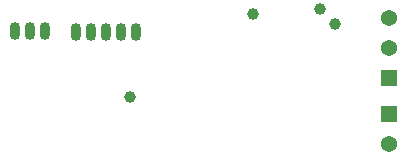
<source format=gbs>
G04*
G04 #@! TF.GenerationSoftware,Altium Limited,Altium Designer,25.4.2 (15)*
G04*
G04 Layer_Color=16711935*
%FSLAX44Y44*%
%MOMM*%
G71*
G04*
G04 #@! TF.SameCoordinates,0B5DAD5C-0C0E-4793-B882-C7F6C3490101*
G04*
G04*
G04 #@! TF.FilePolarity,Negative*
G04*
G01*
G75*
%ADD40C,1.3700*%
%ADD41R,1.3700X1.3700*%
%ADD50C,1.0000*%
%ADD51O,0.9000X1.5000*%
D40*
X663729Y382514D02*
D03*
Y357114D02*
D03*
X663983Y275580D02*
D03*
D41*
X663729Y331714D02*
D03*
X663983Y300980D02*
D03*
D50*
X548640Y385572D02*
D03*
X605536Y389890D02*
D03*
X618490Y377698D02*
D03*
X444754Y315468D02*
D03*
D51*
X399034Y370840D02*
D03*
X411734D02*
D03*
X424434D02*
D03*
X437134D02*
D03*
X449834D02*
D03*
X347218Y371094D02*
D03*
X372618D02*
D03*
X359918D02*
D03*
M02*

</source>
